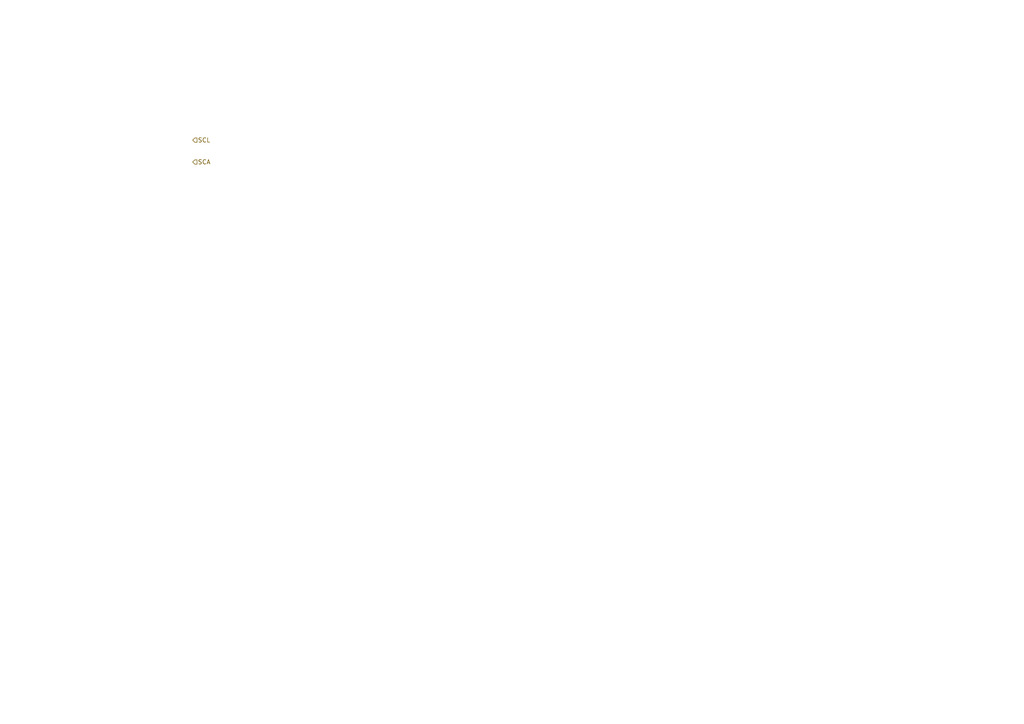
<source format=kicad_sch>
(kicad_sch
	(version 20231120)
	(generator "eeschema")
	(generator_version "8.0")
	(uuid "86446913-6469-4955-8b80-ce24857c1ed7")
	(paper "A4")
	(title_block
		(date "2024-07-16")
		(company "Hans Märki, Märki Informatik")
		(comment 1 "The MIT License (MIT)")
	)
	(lib_symbols)
	(hierarchical_label "SCL"
		(shape input)
		(at 55.88 40.64 0)
		(effects
			(font
				(size 1.27 1.27)
			)
			(justify left)
		)
		(uuid "4ccd2879-0f10-4240-a02f-eba3eec4393e")
	)
	(hierarchical_label "SCA"
		(shape input)
		(at 55.88 46.99 0)
		(effects
			(font
				(size 1.27 1.27)
			)
			(justify left)
		)
		(uuid "670751e3-18d3-4c9e-afff-6e5a7a4ec9c5")
	)
)

</source>
